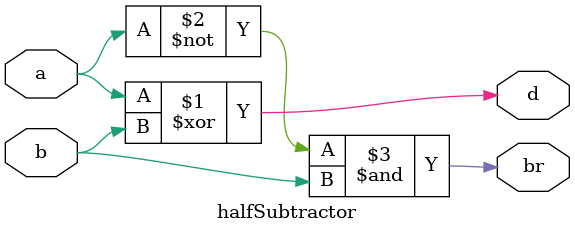
<source format=v>
module halfSubtractor(
  input a,b,
  output d, br
);
  assign d = a ^ b;
  assign br = (~a) & b;
endmodule


</source>
